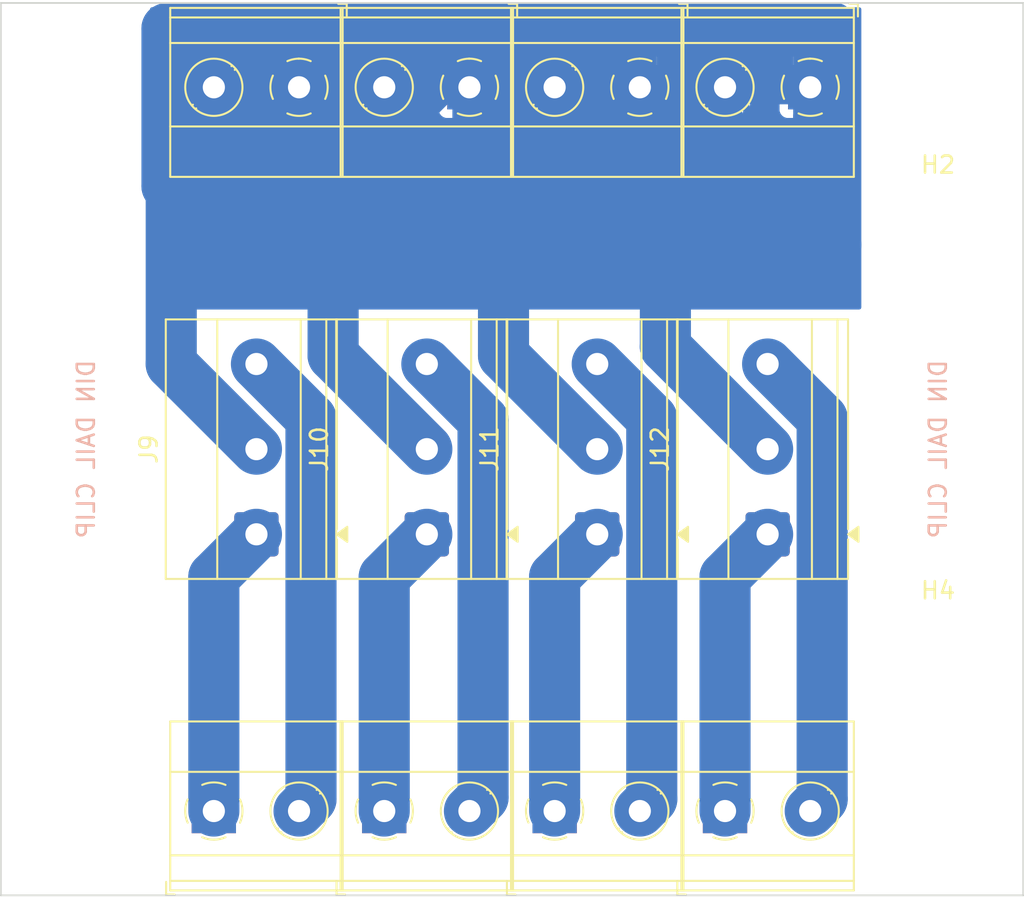
<source format=kicad_pcb>
(kicad_pcb (version 20241229) (generator "pcbnew") (generator_version "9.0")
  (layers (0 "F.Cu" signal) (2 "B.Cu" signal) (13 "F.Paste" user) (15 "B.Paste" user) (5 "F.SilkS" user "F.Silkscreen") (7 "B.SilkS" user "B.Silkscreen") (1 "F.Mask" user) (3 "B.Mask" user) (25 "Edge.Cuts" user))
  (net 0 "")
  (net 1 "/A1")
  (net 2 "/Z")
  (net 3 "/B1")
  (net 4 "/A2")
  (net 5 "/B2")
  (net 6 "/A3")
  (net 7 "/B3")
  (net 8 "/B4")
  (net 9 "/A4")
  (footprint "TerminalBlock_Phoenix:TerminalBlock_Phoenix_MKDS-1,5-2_1x02_P5.00mm_Horizontal" (layer "F.Cu") (at 92.5 78.75 180)
    (property "Reference" "J5" (hide yes))
    (property "Value" "Screw_Terminal_01x02" (hide yes))
    (fp_line (start 7.56 -5.261) (end 7.56 4.66) (stroke (width 0.12)) (layer "F.SilkS"))
    (fp_line (start 6.275 -1.069) (end 6.228 -1.023) (stroke (width 0.12)) (layer "F.SilkS"))
    (fp_line (start 6.07 -1.275) (end 6.035 -1.239) (stroke (width 0.12)) (layer "F.SilkS"))
    (fp_line (start 3.966 1.239) (end 3.931 1.274) (stroke (width 0.12)) (layer "F.SilkS"))
    (fp_line (start 3.773 1.023) (end 3.726 1.069) (stroke (width 0.12)) (layer "F.SilkS"))
    (fp_line (start -2.56 4.66) (end 7.56 4.66) (stroke (width 0.12)) (layer "F.SilkS"))
    (fp_line (start -2.56 4.1) (end 7.56 4.1) (stroke (width 0.12)) (layer "F.SilkS"))
    (fp_line (start -2.56 2.6) (end 7.56 2.6) (stroke (width 0.12)) (layer "F.SilkS"))
    (fp_line (start -2.56 -2.301) (end 7.56 -2.301) (stroke (width 0.12)) (layer "F.SilkS"))
    (fp_line (start -2.56 -5.261) (end 7.56 -5.261) (stroke (width 0.12)) (layer "F.SilkS"))
    (fp_line (start -2.56 -5.261) (end -2.56 4.66) (stroke (width 0.12)) (layer "F.SilkS"))
    (fp_line (start -2.8 4.9) (end -2.3 4.9) (stroke (width 0.12)) (layer "F.SilkS"))
    (fp_line (start -2.8 4.16) (end -2.8 4.9) (stroke (width 0.12)) (layer "F.SilkS"))
    (fp_arc (start 1.535427 -0.683042) (mid 1.680501 0.000524) (end 1.535 0.684) (stroke (width 0.12)) (layer "F.SilkS"))
    (fp_arc (start 0.683318 1.534756) (mid 0.349292 1.643288) (end 0 1.68) (stroke (width 0.12)) (layer "F.SilkS"))
    (fp_arc (start 0.028805 1.680253) (mid -0.335551 1.646659) (end -0.684 1.535) (stroke (width 0.12)) (layer "F.SilkS"))
    (fp_arc (start -0.683042 -1.535427) (mid 0.000524 -1.680501) (end 0.684 -1.535) (stroke (width 0.12)) (layer "F.SilkS"))
    (fp_arc (start -1.535427 0.683042) (mid -1.680501 -0.000524) (end -1.535 -0.684) (stroke (width 0.12)) (layer "F.SilkS"))
    (fp_circle (center 5 0) (end 6.68 0) (stroke (width 0.12)) (fill no) (layer "F.SilkS"))
    (pad "1" thru_hole rect (at 0 0 180) (size 2.6 2.6) (drill 1.3) (layers "*.Cu" "*.Mask") (net 2 "/Z"))
    (pad "2" thru_hole circle (at 5 0 180) (size 2.6 2.6) (drill 1.3) (layers "*.Cu" "*.Mask") (net 2 "/Z"))
  )
  (footprint "MountingHole:MountingHole_3.2mm_M3" (layer "F.Cu") (at 100 87.5)
    (property "Reference" "H2" (at 0 -4.2 0) (layer "F.SilkS"))
    (property "Value" "MountingHole" (hide yes))
    (pad "" np_thru_hole circle (at 0 0) (size 3.2 3.2) (drill 3.2) (layers "*.Cu" "*.Mask"))
  )
  (footprint "TerminalBlock_Phoenix:TerminalBlock_Phoenix_MKDS-1,5-3_1x03_P5.00mm_Horizontal" (layer "F.Cu") (at 60 105 90)
    (property "Reference" "J9" (at 5 -6.32 90) (layer "F.SilkS"))
    (property "Value" "Screw_Terminal_01x03")
    (fp_line (start 12.62 -5.32) (end 12.62 4.72) (stroke (width 0.12)) (layer "F.SilkS"))
    (fp_line (start -2.62 -5.32) (end 12.62 -5.32) (stroke (width 0.12)) (layer "F.SilkS"))
    (fp_line (start -2.62 -2.3) (end 12.62 -2.3) (stroke (width 0.12)) (layer "F.SilkS"))
    (fp_line (start -2.62 2.6) (end 12.62 2.6) (stroke (width 0.12)) (layer "F.SilkS"))
    (fp_line (start -2.62 4.1) (end 12.62 4.1) (stroke (width 0.12)) (layer "F.SilkS"))
    (fp_line (start 12.62 4.72) (end 0.3 4.72) (stroke (width 0.12)) (layer "F.SilkS"))
    (fp_line (start -0.3 4.72) (end -2.62 4.72) (stroke (width 0.12)) (layer "F.SilkS"))
    (fp_line (start -2.62 4.72) (end -2.62 -5.32) (stroke (width 0.12)) (layer "F.SilkS"))
    (fp_poly (pts (xy 0 4.72) (xy 0.44 5.33) (xy -0.44 5.33)) (stroke (width 0.12)) (fill yes) (layer "F.SilkS"))
    (pad "1" thru_hole roundrect (at 0 0 90) (size 2.6 2.6) (drill 1.3) (layers "*.Cu" "*.Mask") (roundrect_rratio 0.096154) (net 1 "/A1"))
    (pad "2" thru_hole circle (at 5 0 90) (size 2.6 2.6) (drill 1.3) (layers "*.Cu" "*.Mask") (net 2 "/Z"))
    (pad "3" thru_hole circle (at 10 0 90) (size 2.6 2.6) (drill 1.3) (layers "*.Cu" "*.Mask") (net 3 "/B1"))
  )
  (footprint "TerminalBlock_Phoenix:TerminalBlock_Phoenix_MKDS-1,5-2_1x02_P5.00mm_Horizontal" (layer "F.Cu") (at 67.5 121.25)
    (property "Reference" "J2" (hide yes))
    (property "Value" "Screw_Terminal_01x02" (hide yes))
    (fp_line (start -2.8 4.16) (end -2.8 4.9) (stroke (width 0.12)) (layer "F.SilkS"))
    (fp_line (start -2.8 4.9) (end -2.3 4.9) (stroke (width 0.12)) (layer "F.SilkS"))
    (fp_line (start -2.56 -5.261) (end -2.56 4.66) (stroke (width 0.12)) (layer "F.SilkS"))
    (fp_line (start -2.56 -5.261) (end 7.56 -5.261) (stroke (width 0.12)) (layer "F.SilkS"))
    (fp_line (start -2.56 -2.301) (end 7.56 -2.301) (stroke (width 0.12)) (layer "F.SilkS"))
    (fp_line (start -2.56 2.6) (end 7.56 2.6) (stroke (width 0.12)) (layer "F.SilkS"))
    (fp_line (start -2.56 4.1) (end 7.56 4.1) (stroke (width 0.12)) (layer "F.SilkS"))
    (fp_line (start -2.56 4.66) (end 7.56 4.66) (stroke (width 0.12)) (layer "F.SilkS"))
    (fp_line (start 3.773 1.023) (end 3.726 1.069) (stroke (width 0.12)) (layer "F.SilkS"))
    (fp_line (start 3.966 1.239) (end 3.931 1.274) (stroke (width 0.12)) (layer "F.SilkS"))
    (fp_line (start 6.07 -1.275) (end 6.035 -1.239) (stroke (width 0.12)) (layer "F.SilkS"))
    (fp_line (start 6.275 -1.069) (end 6.228 -1.023) (stroke (width 0.12)) (layer "F.SilkS"))
    (fp_line (start 7.56 -5.261) (end 7.56 4.66) (stroke (width 0.12)) (layer "F.SilkS"))
    (fp_arc (start -1.535427 0.683042) (mid -1.680501 -0.000524) (end -1.535 -0.684) (stroke (width 0.12)) (layer "F.SilkS"))
    (fp_arc (start -0.683042 -1.535427) (mid 0.000524 -1.680501) (end 0.684 -1.535) (stroke (width 0.12)) (layer "F.SilkS"))
    (fp_arc (start 0.028805 1.680253) (mid -0.335551 1.646659) (end -0.684 1.535) (stroke (width 0.12)) (layer "F.SilkS"))
    (fp_arc (start 0.683318 1.534756) (mid 0.349292 1.643288) (end 0 1.68) (stroke (width 0.12)) (layer "F.SilkS"))
    (fp_arc (start 1.535427 -0.683042) (mid 1.680501 0.000524) (end 1.535 0.684) (stroke (width 0.12)) (layer "F.SilkS"))
    (fp_circle (center 5 0) (end 6.68 0) (stroke (width 0.12)) (fill no) (layer "F.SilkS"))
    (pad "1" thru_hole rect (at 0 0) (size 2.6 2.6) (drill 1.3) (layers "*.Cu" "*.Mask") (net 4 "/A2"))
    (pad "2" thru_hole circle (at 5 0) (size 2.6 2.6) (drill 1.3) (layers "*.Cu" "*.Mask") (net 5 "/B2"))
  )
  (footprint "MountingHole:MountingHole_3.2mm_M3" (layer "F.Cu") (at 50 87.5)
    (property "Reference" "H1" (hide yes))
    (property "Value" "MountingHole" (hide yes))
    (pad "" np_thru_hole circle (at 0 0) (size 3.2 3.2) (drill 3.2) (layers "*.Cu" "*.Mask"))
  )
  (footprint "TerminalBlock_Phoenix:TerminalBlock_Phoenix_MKDS-1,5-2_1x02_P5.00mm_Horizontal" (layer "F.Cu") (at 62.5 78.75 180)
    (property "Reference" "J8" (hide yes))
    (property "Value" "Screw_Terminal_01x02" (hide yes))
    (fp_line (start 7.56 -5.261) (end 7.56 4.66) (stroke (width 0.12)) (layer "F.SilkS"))
    (fp_line (start 6.275 -1.069) (end 6.228 -1.023) (stroke (width 0.12)) (layer "F.SilkS"))
    (fp_line (start 6.07 -1.275) (end 6.035 -1.239) (stroke (width 0.12)) (layer "F.SilkS"))
    (fp_line (start 3.966 1.239) (end 3.931 1.274) (stroke (width 0.12)) (layer "F.SilkS"))
    (fp_line (start 3.773 1.023) (end 3.726 1.069) (stroke (width 0.12)) (layer "F.SilkS"))
    (fp_line (start -2.56 4.66) (end 7.56 4.66) (stroke (width 0.12)) (layer "F.SilkS"))
    (fp_line (start -2.56 4.1) (end 7.56 4.1) (stroke (width 0.12)) (layer "F.SilkS"))
    (fp_line (start -2.56 2.6) (end 7.56 2.6) (stroke (width 0.12)) (layer "F.SilkS"))
    (fp_line (start -2.56 -2.301) (end 7.56 -2.301) (stroke (width 0.12)) (layer "F.SilkS"))
    (fp_line (start -2.56 -5.261) (end 7.56 -5.261) (stroke (width 0.12)) (layer "F.SilkS"))
    (fp_line (start -2.56 -5.261) (end -2.56 4.66) (stroke (width 0.12)) (layer "F.SilkS"))
    (fp_line (start -2.8 4.9) (end -2.3 4.9) (stroke (width 0.12)) (layer "F.SilkS"))
    (fp_line (start -2.8 4.16) (end -2.8 4.9) (stroke (width 0.12)) (layer "F.SilkS"))
    (fp_arc (start 1.535427 -0.683042) (mid 1.680501 0.000524) (end 1.535 0.684) (stroke (width 0.12)) (layer "F.SilkS"))
    (fp_arc (start 0.683318 1.534756) (mid 0.349292 1.643288) (end 0 1.68) (stroke (width 0.12)) (layer "F.SilkS"))
    (fp_arc (start 0.028805 1.680253) (mid -0.335551 1.646659) (end -0.684 1.535) (stroke (width 0.12)) (layer "F.SilkS"))
    (fp_arc (start -0.683042 -1.535427) (mid 0.000524 -1.680501) (end 0.684 -1.535) (stroke (width 0.12)) (layer "F.SilkS"))
    (fp_arc (start -1.535427 0.683042) (mid -1.680501 -0.000524) (end -1.535 -0.684) (stroke (width 0.12)) (layer "F.SilkS"))
    (fp_circle (center 5 0) (end 6.68 0) (stroke (width 0.12)) (fill no) (layer "F.SilkS"))
    (pad "1" thru_hole rect (at 0 0 180) (size 2.6 2.6) (drill 1.3) (layers "*.Cu" "*.Mask") (net 2 "/Z"))
    (pad "2" thru_hole circle (at 5 0 180) (size 2.6 2.6) (drill 1.3) (layers "*.Cu" "*.Mask") (net 2 "/Z"))
  )
  (footprint "TerminalBlock_Phoenix:TerminalBlock_Phoenix_MKDS-1,5-3_1x03_P5.00mm_Horizontal" (layer "F.Cu") (at 70 105 90)
    (property "Reference" "J10" (at 5 -6.32 90) (layer "F.SilkS"))
    (property "Value" "Screw_Terminal_01x03")
    (fp_line (start 12.62 -5.32) (end 12.62 4.72) (stroke (width 0.12)) (layer "F.SilkS"))
    (fp_line (start -2.62 -5.32) (end 12.62 -5.32) (stroke (width 0.12)) (layer "F.SilkS"))
    (fp_line (start -2.62 -2.3) (end 12.62 -2.3) (stroke (width 0.12)) (layer "F.SilkS"))
    (fp_line (start -2.62 2.6) (end 12.62 2.6) (stroke (width 0.12)) (layer "F.SilkS"))
    (fp_line (start -2.62 4.1) (end 12.62 4.1) (stroke (width 0.12)) (layer "F.SilkS"))
    (fp_line (start 12.62 4.72) (end 0.3 4.72) (stroke (width 0.12)) (layer "F.SilkS"))
    (fp_line (start -0.3 4.72) (end -2.62 4.72) (stroke (width 0.12)) (layer "F.SilkS"))
    (fp_line (start -2.62 4.72) (end -2.62 -5.32) (stroke (width 0.12)) (layer "F.SilkS"))
    (fp_poly (pts (xy 0 4.72) (xy 0.44 5.33) (xy -0.44 5.33)) (stroke (width 0.12)) (fill yes) (layer "F.SilkS"))
    (pad "1" thru_hole roundrect (at 0 0 90) (size 2.6 2.6) (drill 1.3) (layers "*.Cu" "*.Mask") (roundrect_rratio 0.096154) (net 4 "/A2"))
    (pad "2" thru_hole circle (at 5 0 90) (size 2.6 2.6) (drill 1.3) (layers "*.Cu" "*.Mask") (net 2 "/Z"))
    (pad "3" thru_hole circle (at 10 0 90) (size 2.6 2.6) (drill 1.3) (layers "*.Cu" "*.Mask") (net 5 "/B2"))
  )
  (footprint "TerminalBlock_Phoenix:TerminalBlock_Phoenix_MKDS-1,5-3_1x03_P5.00mm_Horizontal" (layer "F.Cu") (at 90 105 90)
    (property "Reference" "J12" (at 5 -6.32 90) (layer "F.SilkS"))
    (property "Value" "Screw_Terminal_01x03")
    (fp_line (start 12.62 -5.32) (end 12.62 4.72) (stroke (width 0.12)) (layer "F.SilkS"))
    (fp_line (start -2.62 -5.32) (end 12.62 -5.32) (stroke (width 0.12)) (layer "F.SilkS"))
    (fp_line (start -2.62 -2.3) (end 12.62 -2.3) (stroke (width 0.12)) (layer "F.SilkS"))
    (fp_line (start -2.62 2.6) (end 12.62 2.6) (stroke (width 0.12)) (layer "F.SilkS"))
    (fp_line (start -2.62 4.1) (end 12.62 4.1) (stroke (width 0.12)) (layer "F.SilkS"))
    (fp_line (start 12.62 4.72) (end 0.3 4.72) (stroke (width 0.12)) (layer "F.SilkS"))
    (fp_line (start -0.3 4.72) (end -2.62 4.72) (stroke (width 0.12)) (layer "F.SilkS"))
    (fp_line (start -2.62 4.72) (end -2.62 -5.32) (stroke (width 0.12)) (layer "F.SilkS"))
    (fp_poly (pts (xy 0 4.72) (xy 0.44 5.33) (xy -0.44 5.33)) (stroke (width 0.12)) (fill yes) (layer "F.SilkS"))
    (pad "1" thru_hole roundrect (at 0 0 90) (size 2.6 2.6) (drill 1.3) (layers "*.Cu" "*.Mask") (roundrect_rratio 0.096154) (net 9 "/A4"))
    (pad "2" thru_hole circle (at 5 0 90) (size 2.6 2.6) (drill 1.3) (layers "*.Cu" "*.Mask") (net 2 "/Z"))
    (pad "3" thru_hole circle (at 10 0 90) (size 2.6 2.6) (drill 1.3) (layers "*.Cu" "*.Mask") (net 8 "/B4"))
  )
  (footprint "TerminalBlock_Phoenix:TerminalBlock_Phoenix_MKDS-1,5-2_1x02_P5.00mm_Horizontal" (layer "F.Cu") (at 72.5 78.75 180)
    (property "Reference" "J7" (hide yes))
    (property "Value" "Screw_Terminal_01x02" (hide yes))
    (fp_line (start 7.56 -5.261) (end 7.56 4.66) (stroke (width 0.12)) (layer "F.SilkS"))
    (fp_line (start 6.275 -1.069) (end 6.228 -1.023) (stroke (width 0.12)) (layer "F.SilkS"))
    (fp_line (start 6.07 -1.275) (end 6.035 -1.239) (stroke (width 0.12)) (layer "F.SilkS"))
    (fp_line (start 3.966 1.239) (end 3.931 1.274) (stroke (width 0.12)) (layer "F.SilkS"))
    (fp_line (start 3.773 1.023) (end 3.726 1.069) (stroke (width 0.12)) (layer "F.SilkS"))
    (fp_line (start -2.56 4.66) (end 7.56 4.66) (stroke (width 0.12)) (layer "F.SilkS"))
    (fp_line (start -2.56 4.1) (end 7.56 4.1) (stroke (width 0.12)) (layer "F.SilkS"))
    (fp_line (start -2.56 2.6) (end 7.56 2.6) (stroke (width 0.12)) (layer "F.SilkS"))
    (fp_line (start -2.56 -2.301) (end 7.56 -2.301) (stroke (width 0.12)) (layer "F.SilkS"))
    (fp_line (start -2.56 -5.261) (end 7.56 -5.261) (stroke (width 0.12)) (layer "F.SilkS"))
    (fp_line (start -2.56 -5.261) (end -2.56 4.66) (stroke (width 0.12)) (layer "F.SilkS"))
    (fp_line (start -2.8 4.9) (end -2.3 4.9) (stroke (width 0.12)) (layer "F.SilkS"))
    (fp_line (start -2.8 4.16) (end -2.8 4.9) (stroke (width 0.12)) (layer "F.SilkS"))
    (fp_arc (start 1.535427 -0.683042) (mid 1.680501 0.000524) (end 1.535 0.684) (stroke (width 0.12)) (layer "F.SilkS"))
    (fp_arc (start 0.683318 1.534756) (mid 0.349292 1.643288) (end 0 1.68) (stroke (width 0.12)) (layer "F.SilkS"))
    (fp_arc (start 0.028805 1.680253) (mid -0.335551 1.646659) (end -0.684 1.535) (stroke (width 0.12)) (layer "F.SilkS"))
    (fp_arc (start -0.683042 -1.535427) (mid 0.000524 -1.680501) (end 0.684 -1.535) (stroke (width 0.12)) (layer "F.SilkS"))
    (fp_arc (start -1.535427 0.683042) (mid -1.680501 -0.000524) (end -1.535 -0.684) (stroke (width 0.12)) (layer "F.SilkS"))
    (fp_circle (center 5 0) (end 6.68 0) (stroke (width 0.12)) (fill no) (layer "F.SilkS"))
    (pad "1" thru_hole rect (at 0 0 180) (size 2.6 2.6) (drill 1.3) (layers "*.Cu" "*.Mask") (net 2 "/Z"))
    (pad "2" thru_hole circle (at 5 0 180) (size 2.6 2.6) (drill 1.3) (layers "*.Cu" "*.Mask") (net 2 "/Z"))
  )
  (footprint "MountingHole:MountingHole_3.2mm_M3" (layer "F.Cu") (at 100 112.5)
    (property "Reference" "H4" (at 0 -4.2 0) (layer "F.SilkS"))
    (property "Value" "MountingHole" (hide yes))
    (pad "" np_thru_hole circle (at 0 0) (size 3.2 3.2) (drill 3.2) (layers "*.Cu" "*.Mask"))
  )
  (footprint "MountingHole:MountingHole_3.2mm_M3" (layer "F.Cu") (at 50 112.5)
    (property "Reference" "H3" (hide yes))
    (property "Value" "MountingHole" (hide yes))
    (pad "" np_thru_hole circle (at 0 0) (size 3.2 3.2) (drill 3.2) (layers "*.Cu" "*.Mask"))
  )
  (footprint "TerminalBlock_Phoenix:TerminalBlock_Phoenix_MKDS-1,5-2_1x02_P5.00mm_Horizontal" (layer "F.Cu") (at 82.5 78.75 180)
    (property "Reference" "J6" (hide yes))
    (property "Value" "Screw_Terminal_01x02" (hide yes))
    (fp_line (start 7.56 -5.261) (end 7.56 4.66) (stroke (width 0.12)) (layer "F.SilkS"))
    (fp_line (start 6.275 -1.069) (end 6.228 -1.023) (stroke (width 0.12)) (layer "F.SilkS"))
    (fp_line (start 6.07 -1.275) (end 6.035 -1.239) (stroke (width 0.12)) (layer "F.SilkS"))
    (fp_line (start 3.966 1.239) (end 3.931 1.274) (stroke (width 0.12)) (layer "F.SilkS"))
    (fp_line (start 3.773 1.023) (end 3.726 1.069) (stroke (width 0.12)) (layer "F.SilkS"))
    (fp_line (start -2.56 4.66) (end 7.56 4.66) (stroke (width 0.12)) (layer "F.SilkS"))
    (fp_line (start -2.56 4.1) (end 7.56 4.1) (stroke (width 0.12)) (layer "F.SilkS"))
    (fp_line (start -2.56 2.6) (end 7.56 2.6) (stroke (width 0.12)) (layer "F.SilkS"))
    (fp_line (start -2.56 -2.301) (end 7.56 -2.301) (stroke (width 0.12)) (layer "F.SilkS"))
    (fp_line (start -2.56 -5.261) (end 7.56 -5.261) (stroke (width 0.12)) (layer "F.SilkS"))
    (fp_line (start -2.56 -5.261) (end -2.56 4.66) (stroke (width 0.12)) (layer "F.SilkS"))
    (fp_line (start -2.8 4.9) (end -2.3 4.9) (stroke (width 0.12)) (layer "F.SilkS"))
    (fp_line (start -2.8 4.16) (end -2.8 4.9) (stroke (width 0.12)) (layer "F.SilkS"))
    (fp_arc (start 1.535427 -0.683042) (mid 1.680501 0.000524) (end 1.535 0.684) (stroke (width 0.12)) (layer "F.SilkS"))
    (fp_arc (start 0.683318 1.534756) (mid 0.349292 1.643288) (end 0 1.68) (stroke (width 0.12)) (layer "F.SilkS"))
    (fp_arc (start 0.028805 1.680253) (mid -0.335551 1.646659) (end -0.684 1.535) (stroke (width 0.12)) (layer "F.SilkS"))
    (fp_arc (start -0.683042 -1.535427) (mid 0.000524 -1.680501) (end 0.684 -1.535) (stroke (width 0.12)) (layer "F.SilkS"))
    (fp_arc (start -1.535427 0.683042) (mid -1.680501 -0.000524) (end -1.535 -0.684) (stroke (width 0.12)) (layer "F.SilkS"))
    (fp_circle (center 5 0) (end 6.68 0) (stroke (width 0.12)) (fill no) (layer "F.SilkS"))
    (pad "1" thru_hole rect (at 0 0 180) (size 2.6 2.6) (drill 1.3) (layers "*.Cu" "*.Mask") (net 2 "/Z"))
    (pad "2" thru_hole circle (at 5 0 180) (size 2.6 2.6) (drill 1.3) (layers "*.Cu" "*.Mask") (net 2 "/Z"))
  )
  (footprint "TerminalBlock_Phoenix:TerminalBlock_Phoenix_MKDS-1,5-2_1x02_P5.00mm_Horizontal" (layer "F.Cu") (at 57.5 121.25)
    (property "Reference" "J1" (hide yes))
    (property "Value" "Screw_Terminal_01x02" (hide yes))
    (fp_line (start -2.8 4.16) (end -2.8 4.9) (stroke (width 0.12)) (layer "F.SilkS"))
    (fp_line (start -2.8 4.9) (end -2.3 4.9) (stroke (width 0.12)) (layer "F.SilkS"))
    (fp_line (start -2.56 -5.261) (end -2.56 4.66) (stroke (width 0.12)) (layer "F.SilkS"))
    (fp_line (start -2.56 -5.261) (end 7.56 -5.261) (stroke (width 0.12)) (layer "F.SilkS"))
    (fp_line (start -2.56 -2.301) (end 7.56 -2.301) (stroke (width 0.12)) (layer "F.SilkS"))
    (fp_line (start -2.56 2.6) (end 7.56 2.6) (stroke (width 0.12)) (layer "F.SilkS"))
    (fp_line (start -2.56 4.1) (end 7.56 4.1) (stroke (width 0.12)) (layer "F.SilkS"))
    (fp_line (start -2.56 4.66) (end 7.56 4.66) (stroke (width 0.12)) (layer "F.SilkS"))
    (fp_line (start 3.773 1.023) (end 3.726 1.069) (stroke (width 0.12)) (layer "F.SilkS"))
    (fp_line (start 3.966 1.239) (end 3.931 1.274) (stroke (width 0.12)) (layer "F.SilkS"))
    (fp_line (start 6.07 -1.275) (end 6.035 -1.239) (stroke (width 0.12)) (layer "F.SilkS"))
    (fp_line (start 6.275 -1.069) (end 6.228 -1.023) (stroke (width 0.12)) (layer "F.SilkS"))
    (fp_line (start 7.56 -5.261) (end 7.56 4.66) (stroke (width 0.12)) (layer "F.SilkS"))
    (fp_arc (start -1.535427 0.683042) (mid -1.680501 -0.000524) (end -1.535 -0.684) (stroke (width 0.12)) (layer "F.SilkS"))
    (fp_arc (start -0.683042 -1.535427) (mid 0.000524 -1.680501) (end 0.684 -1.535) (stroke (width 0.12)) (layer "F.SilkS"))
    (fp_arc (start 0.028805 1.680253) (mid -0.335551 1.646659) (end -0.684 1.535) (stroke (width 0.12)) (layer "F.SilkS"))
    (fp_arc (start 0.683318 1.534756) (mid 0.349292 1.643288) (end 0 1.68) (stroke (width 0.12)) (layer "F.SilkS"))
    (fp_arc (start 1.535427 -0.683042) (mid 1.680501 0.000524) (end 1.535 0.684) (stroke (width 0.12)) (layer "F.SilkS"))
    (fp_circle (center 5 0) (end 6.68 0) (stroke (width 0.12)) (fill no) (layer "F.SilkS"))
    (pad "1" thru_hole rect (at 0 0) (size 2.6 2.6) (drill 1.3) (layers "*.Cu" "*.Mask") (net 1 "/A1"))
    (pad "2" thru_hole circle (at 5 0) (size 2.6 2.6) (drill 1.3) (layers "*.Cu" "*.Mask") (net 3 "/B1"))
  )
  (footprint "TerminalBlock_Phoenix:TerminalBlock_Phoenix_MKDS-1,5-2_1x02_P5.00mm_Horizontal" (layer "F.Cu") (at 87.5 121.25)
    (property "Reference" "J4" (hide yes))
    (property "Value" "Screw_Terminal_01x02" (hide yes))
    (fp_line (start -2.8 4.16) (end -2.8 4.9) (stroke (width 0.12)) (layer "F.SilkS"))
    (fp_line (start -2.8 4.9) (end -2.3 4.9) (stroke (width 0.12)) (layer "F.SilkS"))
    (fp_line (start -2.56 -5.261) (end -2.56 4.66) (stroke (width 0.12)) (layer "F.SilkS"))
    (fp_line (start -2.56 -5.261) (end 7.56 -5.261) (stroke (width 0.12)) (layer "F.SilkS"))
    (fp_line (start -2.56 -2.301) (end 7.56 -2.301) (stroke (width 0.12)) (layer "F.SilkS"))
    (fp_line (start -2.56 2.6) (end 7.56 2.6) (stroke (width 0.12)) (layer "F.SilkS"))
    (fp_line (start -2.56 4.1) (end 7.56 4.1) (stroke (width 0.12)) (layer "F.SilkS"))
    (fp_line (start -2.56 4.66) (end 7.56 4.66) (stroke (width 0.12)) (layer "F.SilkS"))
    (fp_line (start 3.773 1.023) (end 3.726 1.069) (stroke (width 0.12)) (layer "F.SilkS"))
    (fp_line (start 3.966 1.239) (end 3.931 1.274) (stroke (width 0.12)) (layer "F.SilkS"))
    (fp_line (start 6.07 -1.275) (end 6.035 -1.239) (stroke (width 0.12)) (layer "F.SilkS"))
    (fp_line (start 6.275 -1.069) (end 6.228 -1.023) (stroke (width 0.12)) (layer "F.SilkS"))
    (fp_line (start 7.56 -5.261) (end 7.56 4.66) (stroke (width 0.12)) (layer "F.SilkS"))
    (fp_arc (start -1.535427 0.683042) (mid -1.680501 -0.000524) (end -1.535 -0.684) (stroke (width 0.12)) (layer "F.SilkS"))
    (fp_arc (start -0.683042 -1.535427) (mid 0.000524 -1.680501) (end 0.684 -1.535) (stroke (width 0.12)) (layer "F.SilkS"))
    (fp_arc (start 0.028805 1.680253) (mid -0.335551 1.646659) (end -0.684 1.535) (stroke (width 0.12)) (layer "F.SilkS"))
    (fp_arc (start 0.683318 1.534756) (mid 0.349292 1.643288) (end 0 1.68) (stroke (width 0.12)) (layer "F.SilkS"))
    (fp_arc (start 1.535427 -0.683042) (mid 1.680501 0.000524) (end 1.535 0.684) (stroke (width 0.12)) (layer "F.SilkS"))
    (fp_circle (center 5 0) (end 6.68 0) (stroke (width 0.12)) (fill no) (layer "F.SilkS"))
    (pad "1" thru_hole rect (at 0 0) (size 2.6 2.6) (drill 1.3) (layers "*.Cu" "*.Mask") (net 9 "/A4"))
    (pad "2" thru_hole circle (at 5 0) (size 2.6 2.6) (drill 1.3) (layers "*.Cu" "*.Mask") (net 8 "/B4"))
  )
  (footprint "TerminalBlock_Phoenix:TerminalBlock_Phoenix_MKDS-1,5-2_1x02_P5.00mm_Horizontal" (layer "F.Cu") (at 77.5 121.25)
    (property "Reference" "J3" (hide yes))
    (property "Value" "Screw_Terminal_01x02" (hide yes))
    (fp_line (start -2.8 4.16) (end -2.8 4.9) (stroke (width 0.12)) (layer "F.SilkS"))
    (fp_line (start -2.8 4.9) (end -2.3 4.9) (stroke (width 0.12)) (layer "F.SilkS"))
    (fp_line (start -2.56 -5.261) (end -2.56 4.66) (stroke (width 0.12)) (layer "F.SilkS"))
    (fp_line (start -2.56 -5.261) (end 7.56 -5.261) (stroke (width 0.12)) (layer "F.SilkS"))
    (fp_line (start -2.56 -2.301) (end 7.56 -2.301) (stroke (width 0.12)) (layer "F.SilkS"))
    (fp_line (start -2.56 2.6) (end 7.56 2.6) (stroke (width 0.12)) (layer "F.SilkS"))
    (fp_line (start -2.56 4.1) (end 7.56 4.1) (stroke (width 0.12)) (layer "F.SilkS"))
    (fp_line (start -2.56 4.66) (end 7.56 4.66) (stroke (width 0.12)) (layer "F.SilkS"))
    (fp_line (start 3.773 1.023) (end 3.726 1.069) (stroke (width 0.12)) (layer "F.SilkS"))
    (fp_line (start 3.966 1.239) (end 3.931 1.274) (stroke (width 0.12)) (layer "F.SilkS"))
    (fp_line (start 6.07 -1.275) (end 6.035 -1.239) (stroke (width 0.12)) (layer "F.SilkS"))
    (fp_line (start 6.275 -1.069) (end 6.228 -1.023) (stroke (width 0.12)) (layer "F.SilkS"))
    (fp_line (start 7.56 -5.261) (end 7.56 4.66) (stroke (width 0.12)) (layer "F.SilkS"))
    (fp_arc (start -1.535427 0.683042) (mid -1.680501 -0.000524) (end -1.535 -0.684) (stroke (width 0.12)) (layer "F.SilkS"))
    (fp_arc (start -0.683042 -1.535427) (mid 0.000524 -1.680501) (end 0.684 -1.535) (stroke (width 0.12)) (layer "F.SilkS"))
    (fp_arc (start 0.028805 1.680253) (mid -0.335551 1.646659) (end -0.684 1.535) (stroke (width 0.12)) (layer "F.SilkS"))
    (fp_arc (start 0.683318 1.534756) (mid 0.349292 1.643288) (end 0 1.68) (stroke (width 0.12)) (layer "F.SilkS"))
    (fp_arc (start 1.535427 -0.683042) (mid 1.680501 0.000524) (end 1.535 0.684) (stroke (width 0.12)) (layer "F.SilkS"))
    (fp_circle (center 5 0) (end 6.68 0) (stroke (width 0.12)) (fill no) (layer "F.SilkS"))
    (pad "1" thru_hole rect (at 0 0) (size 2.6 2.6) (drill 1.3) (layers "*.Cu" "*.Mask") (net 6 "/A3"))
    (pad "2" thru_hole circle (at 5 0) (size 2.6 2.6) (drill 1.3) (layers "*.Cu" "*.Mask") (net 7 "/B3"))
  )
  (footprint "TerminalBlock_Phoenix:TerminalBlock_Phoenix_MKDS-1,5-3_1x03_P5.00mm_Horizontal" (layer "F.Cu") (at 80 105 90)
    (property "Reference" "J11" (at 5 -6.32 90) (layer "F.SilkS"))
    (property "Value" "Screw_Terminal_01x03")
    (fp_line (start 12.62 -5.32) (end 12.62 4.72) (stroke (width 0.12)) (layer "F.SilkS"))
    (fp_line (start -2.62 -5.32) (end 12.62 -5.32) (stroke (width 0.12)) (layer "F.SilkS"))
    (fp_line (start -2.62 -2.3) (end 12.62 -2.3) (stroke (width 0.12)) (layer "F.SilkS"))
    (fp_line (start -2.62 2.6) (end 12.62 2.6) (stroke (width 0.12)) (layer "F.SilkS"))
    (fp_line (start -2.62 4.1) (end 12.62 4.1) (stroke (width 0.12)) (layer "F.SilkS"))
    (fp_line (start 12.62 4.72) (end 0.3 4.72) (stroke (width 0.12)) (layer "F.SilkS"))
    (fp_line (start -0.3 4.72) (end -2.62 4.72) (stroke (width 0.12)) (layer "F.SilkS"))
    (fp_line (start -2.62 4.72) (end -2.62 -5.32) (stroke (width 0.12)) (layer "F.SilkS"))
    (fp_poly (pts (xy 0 4.72) (xy 0.44 5.33) (xy -0.44 5.33)) (stroke (width 0.12)) (fill yes) (layer "F.SilkS"))
    (pad "1" thru_hole roundrect (at 0 0 90) (size 2.6 2.6) (drill 1.3) (layers "*.Cu" "*.Mask") (roundrect_rratio 0.096154) (net 6 "/A3"))
    (pad "2" thru_hole circle (at 5 0 90) (size 2.6 2.6) (drill 1.3) (layers "*.Cu" "*.Mask") (net 2 "/Z"))
    (pad "3" thru_hole circle (at 10 0 90) (size 2.6 2.6) (drill 1.3) (layers "*.Cu" "*.Mask") (net 7 "/B3"))
  )
  (gr_line (start 105 126.2) (end 45 126.2) (stroke (width 0.1)) (layer "Edge.Cuts"))
  (gr_line (start 45 73.8) (end 105 73.8) (stroke (width 0.1)) (layer "Edge.Cuts"))
  (gr_line (start 45 126.2) (end 45 73.8) (stroke (width 0.1)) (layer "Edge.Cuts"))
  (gr_line (start 105 126.2) (end 105 73.8) (stroke (width 0.1)) (layer "Edge.Cuts"))
  (gr_text "DIN DAIL CLIP" (at 50 100 90) (layer "B.SilkS") (effects (font (size 1 1)) (justify mirror)))
  (gr_text "DIN DAIL CLIP" (at 100 100 90) (layer "B.SilkS") (effects (font (size 1 1)) (justify mirror)))
  (segment (start 57.5 107.5) (end 60 105) (width 3) (layer "B.Cu") (net 1))
  (segment (start 57.5 121.25) (end 57.5 107.5) (width 3) (layer "B.Cu") (net 1))
  (segment (start 81 77.25) (end 82.5 78.75) (width 2) (layer "B.Cu") (net 2))
  (segment (start 57.5 78.75) (end 58.2 78.75) (width 3) (layer "B.Cu") (net 2))
  (segment (start 79.5 74.8) (end 79.5 78.25) (width 2) (layer "B.Cu") (net 2))
  (segment (start 82.5 78.75) (end 84.5 78.75) (width 2) (layer "B.Cu") (net 2))
  (segment (start 58.2 88) (end 65.75 88) (width 3) (layer "B.Cu") (net 2))
  (segment (start 92.5 80.5) (end 92.5 78.75) (width 2) (layer "B.Cu") (net 2))
  (segment (start 61 74.8) (end 62.5 74.8) (width 2) (layer "B.Cu") (net 2))
  (segment (start 67.5 78.75) (end 67.5 86.25) (width 2) (layer "B.Cu") (net 2))
  (segment (start 89 74.8) (end 89 78.75) (width 2) (layer "B.Cu") (net 2))
  (segment (start 68 74.8) (end 69 74.8) (width 2) (layer "B.Cu") (net 2))
  (segment (start 62.5 78.75) (end 64.5 78.75) (width 2) (layer "B.Cu") (net 2))
  (segment (start 74 74.8) (end 76 74.8) (width 2) (layer "B.Cu") (net 2))
  (segment (start 67.5 84.5) (end 69.5 84.5) (width 2) (layer "B.Cu") (net 2))
  (segment (start 82.5 86.34) (end 77.5 86.34) (width 2) (layer "B.Cu") (net 2))
  (segment (start 74.5 80.3) (end 85.95 80.3) (width 3) (layer "B.Cu") (net 2))
  (segment (start 81 74.8) (end 81 77.25) (width 2) (layer "B.Cu") (net 2))
  (segment (start 77.5 86.34) (end 77.5 84.5) (width 2) (layer "B.Cu") (net 2))
  (segment (start 62.5 86.34) (end 62.5 84.5) (width 2) (layer "B.Cu") (net 2))
  (segment (start 61 74.8) (end 61 77.25) (width 2) (layer "B.Cu") (net 2))
  (segment (start 82.5 84.5) (end 87.5 84.5) (width 2) (layer "B.Cu") (net 2))
  (segment (start 86 78.75) (end 86 75.3) (width 2) (layer "B.Cu") (net 2))
  (segment (start 76 74.8) (end 78 74.8) (width 2) (layer "B.Cu") (net 2))
  (segment (start 72.5 78.75) (end 70.8 78.75) (width 2) (layer "B.Cu") (net 2))
  (segment (start 92.5 86.34) (end 92.5 84.5) (width 2) (layer "B.Cu") (net 2))
  (segment (start 87.5 75.8) (end 87.5 78.75) (width 2) (layer "B.Cu") (net 2))
  (segment (start 87.5 84.5) (end 87.5 82.5) (width 2) (layer "B.Cu") (net 2))
  (segment (start 86 75.3) (end 86.5 74.8) (width 2) (layer "B.Cu") (net 2))
  (segment (start 79.5 78.25) (end 80 78.75) (width 2) (layer "B.Cu") (net 2))
  (segment (start 64 74.8) (end 66 74.8) (width 2) (layer "B.Cu") (net 2))
  (segment (start 76 77.5) (end 75.75 77.5) (width 2) (layer "B.Cu") (net 2))
  (segment (start 64.5 78.75) (end 67.5 78.75) (width 2) (layer "B.Cu") (net 2))
  (segment (start 59.75 80.3) (end 58.5 81.55) (width 3) (layer "B.Cu") (net 2))
  (segment (start 58.5 84.8) (end 58.5 84.75) (width 3) (layer "B.Cu") (net 2))
  (segment (start 55 81.25) (end 57.5 78.75) (width 3) (layer "B.Cu") (net 2))
  (segment (start 59.5 74.8) (end 61 74.8) (width 2) (layer "B.Cu") (net 2))
  (segment (start 57.5 78.75) (end 57.5 78.05) (width 3) (layer "B.Cu") (net 2))
  (segment (start 58.2 78.75) (end 59.75 80.3) (width 3) (layer "B.Cu") (net 2))
  (segment (start 87.5 82.5) (end 87.5 78.75) (width 2) (layer "B.Cu") (net 2))
  (segment (start 61 77.25) (end 62.5 78.75) (width 2) (layer "B.Cu") (net 2))
  (segment (start 72.5 86.34) (end 72.5 84.5) (width 2) (layer "B.Cu") (net 2))
  (segment (start 79.5 74.8) (end 81 74.8) (width 2) (layer "B.Cu") (net 2))
  (segment (start 64 78.25) (end 64.5 78.75) (width 2) (layer "B.Cu") (net 2))
  (segment (start 62.5 74.8) (end 62.5 78.75) (width 2) (layer "B.Cu") (net 2))
  (segment (start 93.66 86.34) (end 92.5 86.34) (width 2) (layer "B.Cu") (net 2))
  (segment (start 65.75 88) (end 94 88) (width 3) (layer "B.Cu") (net 2))
  (segment (start 68 74.8) (end 67.5 75.3) (width 2) (layer "B.Cu") (net 2))
  (segment (start 60 100) (end 55 95) (width 3) (layer "B.Cu") (net 2))
  (segment (start 72.5 74.8) (end 74 74.8) (width 2) (layer "B.Cu") (net 2))
  (segment (start 92.5 82.5) (end 92.5 80.5) (width 2) (layer "B.Cu") (net 2))
  (segment (start 90.5 74.8) (end 92 74.8) (width 2) (layer "B.Cu") (net 2))
  (segment (start 75.75 77.5) (end 74.5 78.75) (width 2) (layer "B.Cu") (net 2))
  (segment (start 84 82.55) (end 76.751 75.301) (width 3) (layer "B.Cu") (net 2))
  (segment (start 74 78.25) (end 74.5 78.75) (width 2) (layer "B.Cu") (net 2))
  (segment (start 80 78.75) (end 82.5 78.75) (width 2) (layer "B.Cu") (net 2))
  (segment (start 54.75 84.55) (end 58.2 88) (width 3) (layer "B.Cu") (net 2))
  (segment (start 66 74.8) (end 68 74.8) (width 2) (layer "B.Cu") (net 2))
  (segment (start 82.5 74.8) (end 84.5 74.8) (width 2) (layer "B.Cu") (net 2))
  (segment (start 57.5 76.051) (end 56.75 75.301) (width 3) (layer "B.Cu") (net 2))
  (segment (start 67.5 75.3) (end 67.5 78.75) (width 2) (layer "B.Cu") (net 2))
  (segment (start 70.8 78.75) (end 69.25 80.3) (width 2) (layer "B.Cu") (net 2))
  (segment (start 66.5 79.75) (end 67.5 78.75) (width 3) (layer "B.Cu") (net 2))
  (segment (start 57.5 78.05) (end 59 78.05) (width 3) (layer "B.Cu") (net 2))
  (segment (start 87.5 78.75) (end 89 78.75) (width 2) (layer "B.Cu") (net 2))
  (segment (start 92.5 86.34) (end 87.5 86.34) (width 2) (layer "B.Cu") (net 2))
  (segment (start 71 74.8) (end 71 77.25) (width 2) (layer "B.Cu") (net 2))
  (segment (start 82.5 84.5) (end 82.5 78.75) (width 2) (layer "B.Cu") (net 2))
  (segment (start 77.5 84.5) (end 82.5 84.5) (width 2) (layer "B.Cu") (net 2))
  (segment (start 72.5 84.5) (end 72.5 78.75) (width 2) (layer "B.Cu") (net 2))
  (segment (start 74.5 94.5) (end 74.5 80.3) (width 3) (layer "B.Cu") (net 2))
  (segment (start 69.25 80.3) (end 70.1 81.15) (width 2) (layer "B.Cu") (net 2))
  (segment (start 57.5 78.05) (end 57.5 76.051) (width 3) (layer "B.Cu") (net 2))
  (segment (start 90.5 78.75) (end 92.5 78.75) (width 2) (layer "B.Cu") (net 2))
  (segment (start 81 74.8) (end 82.5 74.8) (width 2) (layer "B.Cu") (net 2))
  (segment (start 82.5 86.34) (end 82.5 84.5) (width 2) (layer "B.Cu") (net 2))
  (segment (start 69 74.8) (end 71 74.8) (width 2) (layer "B.Cu") (net 2))
  (segment (start 59 78.05) (end 59.5 77.55) (width 3) (layer "B.Cu") (net 2))
  (segment (start 72.5 84.5) (end 77.5 84.5) (width 2) (layer "B.Cu") (net 2))
  (segment (start 87.5 86.34) (end 87.5 84.5) (width 2) (layer "B.Cu") (net 2))
  (segment (start 74 74.8) (end 74 78.25) (width 2) (layer "B.Cu") (net 2))
  (segment (start 89 74.8) (end 90.5 74.8) (width 2) (layer "B.Cu") (net 2))
  (segment (start 92 74.8) (end 94 74.8) (width 2) (layer "B.Cu") (net 2))
  (segment (start 62.5 84.5) (end 67.5 84.5) (width 2) (layer "B.Cu") (net 2))
  (segment (start 92.5 75.3) (end 92.5 78.75) (width 2) (layer "B.Cu") (net 2))
  (segment (start 77.5 84.5) (end 77.5 78.75) (width 2) (layer "B.Cu") (net 2))
  (segment (start 77.5 86.34) (end 72.5 86.34) (width 2) (layer "B.Cu") (net 2))
  (segment (start 77.5 75.3) (end 77.5 78.75) (width 2) (layer "B.Cu") (net 2))
  (segment (start 76.5 79.75) (end 77.5 78.75) (width 3) (layer "B.Cu") (net 2))
  (segment (start 67.5 86.25) (end 65.75 88) (width 2) (layer "B.Cu") (net 2))
  (segment (start 58.5 84.8) (end 59.75 86.05) (width 3) (layer "B.Cu") (net 2))
  (segment (start 69.5 84.5) (end 72.5 84.5) (width 2) (layer "B.Cu") (net 2))
  (segment (start 70.1 83.9) (end 69.5 84.5) (width 2) (layer "B.Cu") (net 2))
  (segment (start 70.1 81.15) (end 70.1 83.9) (width 2) (layer "B.Cu") (net 2))
  (segment (start 54.75 75.301) (end 54.75 84.55) (width 3) (layer "B.Cu") (net 2))
  (segment (start 62.5 74.8) (end 64 74.8) (width 2) (layer "B.Cu") (net 2))
  (segment (start 94 86) (end 94 88) (width 2) (layer "B.Cu") (net 2))
  (segment (start 84.5 74.8) (end 84.5 78.75) (width 2) (layer "B.Cu") (net 2))
  (segment (start 86.5 74.8) (end 89 74.8) (width 2) (layer "B.Cu") (net 2))
  (segment (start 70 100) (end 64.5 94.5) (width 3) (layer "B.Cu") (net 2))
  (segment (start 78 74.8) (end 77.5 75.3) (width 2) (layer "B.Cu") (net 2))
  (segment (start 86.5 74.8) (end 87.5 75.8) (width 2) (layer "B.Cu") (net 2))
  (segment (start 67.5 78.75) (end 69.5 78.75) (width 2) (layer "B.Cu") (net 2))
  (segment (start 58.5 81.55) (end 58.5 84.8) (width 3) (layer "B.Cu") (net 2))
  (segment (start 66 77.25) (end 67.5 78.75) (width 2) (layer "B.Cu") (net 2))
  (segment (start 76.751 75.301) (end 56.75 75.301) (width 3) (layer "B.Cu") (net 2))
  (segment (start 61 77.25) (end 61 85.8) (width 2) (layer "B.Cu") (net 2))
  (segment (start 84.5 74.8) (end 86.5 74.8) (width 2) (layer "B.Cu") (net 2))
  (segment (start 87.5 86.34) (end 82.5 86.34) (width 2) (layer "B.Cu") (net 2))
  (segment (start 69 78.25) (end 69.5 78.75) (width 2) (layer "B.Cu") (net 2))
  (segment (start 77.5 78.75) (end 80 78.75) (width 2) (layer "B.Cu") (net 2))
  (segment (start 69.5 78.75) (end 72.5 78.75) (width 2) (layer "B.Cu") (net 2))
  (segment (start 84.5 78.75) (end 86 78.75) (width 2) (layer "B.Cu") (net 2))
  (segment (start 71 77.25) (end 69.5 78.75) (width 2) (layer "B.Cu") (net 2))
  (segment (start 64.5 94.5) (end 64.5 78.75) (width 3) (layer "B.Cu") (net 2))
  (segment (start 85.95 80.3) (end 87.5 78.75) (width 3) (layer "B.Cu") (net 2))
  (segment (start 72.5 78.75) (end 74.5 78.75) (width 2) (layer "B.Cu") (net 2))
  (segment (start 56.75 75.301) (end 54.75 75.301) (width 3) (layer "B.Cu") (net 2))
  (segment (start 94 86) (end 93.66 86.34) (width 2) (layer "B.Cu") (net 2))
  (segment (start 80 100) (end 74.5 94.5) (width 3) (layer "B.Cu") (net 2))
  (segment (start 78 74.8) (end 79.5 74.8) (width 2) (layer "B.Cu") (net 2))
  (segment (start 90 100) (end 84 94) (width 3) (layer "B.Cu") (net 2))
  (segment (start 74.5 78.75) (end 77.5 78.75) (width 2) (layer "B.Cu") (net 2))
  (segment (start 67.5 86.34) (end 67.5 84.5) (width 2) (layer "B.Cu") (net 2))
  (segment (start 84 94) (end 84 82.55) (width 3) (layer "B.Cu") (net 2))
  (segment (start 69 74.8) (end 69 78.25) (width 2) (layer "B.Cu") (net 2))
  (segment (start 58.5 84.75) (end 55 81.25) (width 3) (layer "B.Cu") (net 2))
  (segment (start 86 78.75) (end 87.5 78.75) (width 2) (layer "B.Cu") (net 2))
  (segment (start 94 74.8) (end 94 86) (width 2) (layer "B.Cu") (net 2))
  (segment (start 55 95) (end 55 81.25) (width 3) (layer "B.Cu") (net 2))
  (segment (start 92.5 84.5) (end 92.5 82.5) (width 2) (layer "B.Cu") (net 2))
  (segment (start 87.5 84.5) (end 92.5 84.5) (width 2) (layer "B.Cu") (net 2))
  (segment (start 92.5 82.5) (end 87.5 82.5) (width 2) (layer "B.Cu") (net 2))
  (segment (start 82.5 74.8) (end 82.5 78.75) (width 2) (layer "B.Cu") (net 2))
  (segment (start 58 74.8) (end 59.5 74.8) (width 2) (layer "B.Cu") (net 2))
  (segment (start 67.5 84.5) (end 67.5 78.75) (width 2) (layer "B.Cu") (net 2))
  (segment (start 89 78.75) (end 90.5 78.75) (width 2) (layer "B.Cu") (net 2))
  (segment (start 66 74.8) (end 66 77.25) (width 2) (layer "B.Cu") (net 2))
  (segment (start 71 74.8) (end 72.5 74.8) (width 2) (layer "B.Cu") (net 2))
  (segment (start 64 74.8) (end 64 78.25) (width 2) (layer "B.Cu") (net 2))
  (segment (start 72.5 86.34) (end 67.5 86.34) (width 2) (layer "B.Cu") (net 2))
  (segment (start 76 74.8) (end 76 77.5) (width 2) (layer "B.Cu") (net 2))
  (segment (start 72.5 74.8) (end 72.5 78.75) (width 2) (layer "B.Cu") (net 2))
  (segment (start 59.75 86.05) (end 60.75 86.05) (width 3) (layer "B.Cu") (net 2))
  (segment (start 62.5 84.5) (end 62.5 78.75) (width 2) (layer "B.Cu") (net 2))
  (segment (start 61 85.8) (end 60.75 86.05) (width 2) (layer "B.Cu") (net 2))
  (segment (start 92 74.8) (end 92.5 75.3) (width 2) (layer "B.Cu") (net 2))
  (segment (start 90.5 74.8) (end 90.5 78.75) (width 2) (layer "B.Cu") (net 2))
  (segment (start 60 95) (end 63.201 98.201) (width 3) (layer "B.Cu") (net 3))
  (segment (start 63.201 120.549) (end 62.5 121.25) (width 3) (layer "B.Cu") (net 3))
  (segment (start 63.201 98.201) (end 63.201 120.549) (width 3) (layer "B.Cu") (net 3))
  (segment (start 67.5 107.5) (end 70 105) (width 3) (layer "B.Cu") (net 4))
  (segment (start 67.5 121.25) (end 67.5 107.5) (width 3) (layer "B.Cu") (net 4))
  (segment (start 73.299 120.451) (end 72.5 121.25) (width 3) (layer "B.Cu") (net 5))
  (segment (start 70 95) (end 73.299 98.299) (width 3) (layer "B.Cu") (net 5))
  (segment (start 73.299 98.299) (end 73.299 120.451) (width 3) (layer "B.Cu") (net 5))
  (segment (start 77.5 107.5) (end 80 105) (width 3) (layer "B.Cu") (net 6))
  (segment (start 77.5 121.25) (end 77.5 107.5) (width 3) (layer "B.Cu") (net 6))
  (segment (start 83.201 98.201) (end 83.201 120.549) (width 3) (layer "B.Cu") (net 7))
  (segment (start 83.201 120.549) (end 82.5 121.25) (width 3) (layer "B.Cu") (net 7))
  (segment (start 80 95) (end 83.201 98.201) (width 3) (layer "B.Cu") (net 7))
  (segment (start 93.201 120.549) (end 92.5 121.25) (width 3) (layer "B.Cu") (net 8))
  (segment (start 90 95) (end 93.201 98.201) (width 3) (layer "B.Cu") (net 8))
  (segment (start 93.201 98.201) (end 93.201 120.549) (width 3) (layer "B.Cu") (net 8))
  (segment (start 87.5 121.25) (end 87.5 107.5) (width 3) (layer "B.Cu") (net 9))
  (segment (start 87.5 107.5) (end 90 105) (width 3) (layer "B.Cu") (net 9))
  (zone (net 2) (net_name "/Z") (layer "B.Cu") (connect_pads (clearance 0.508)) (min_thickness 0.25) (fill yes (thermal_gap 0.5) (thermal_bridge_width 0.5))
    (polygon (pts (xy 53.75 91.8) (xy 53.75 74.05) (xy 95.5 74.05) (xy 95.5 91.8)))
  )
)
</source>
